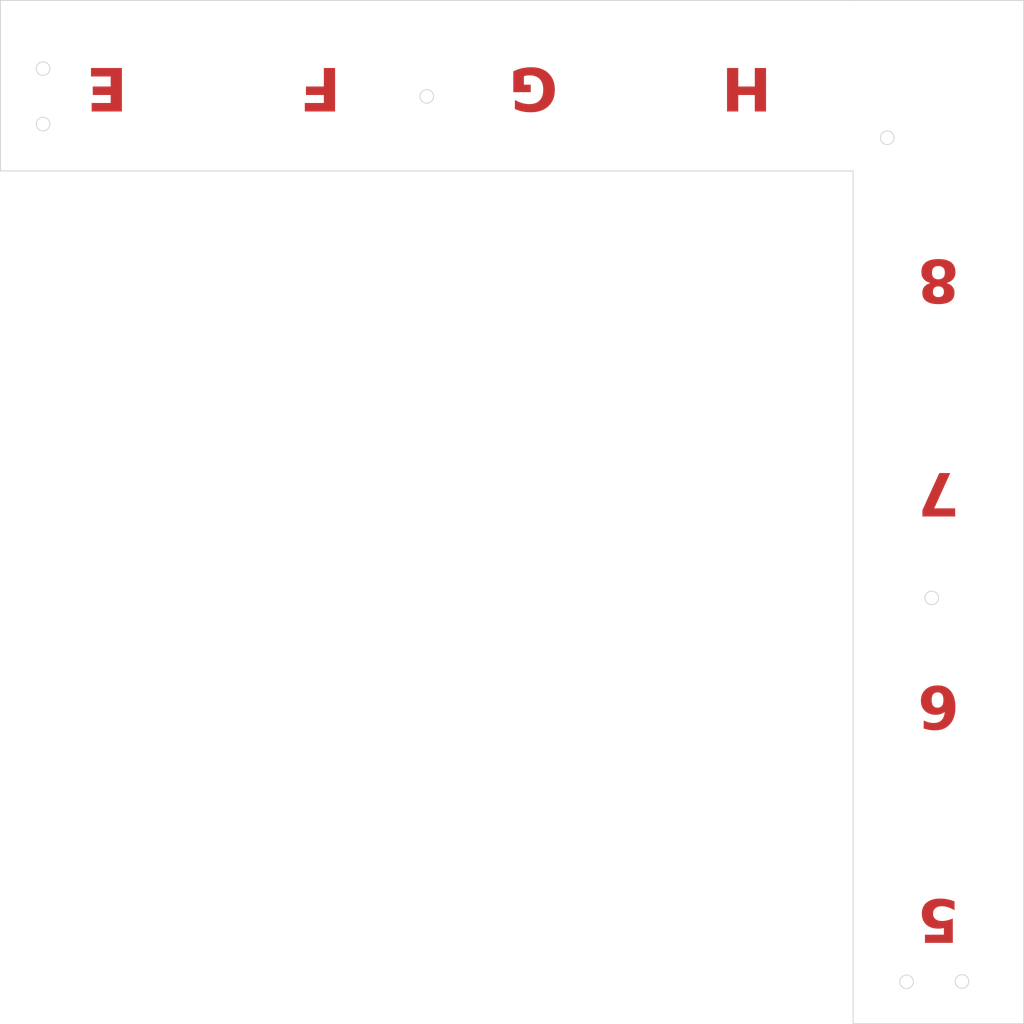
<source format=kicad_pcb>
(kicad_pcb
	(version 20240108)
	(generator "pcbnew")
	(generator_version "8.0")
	(general
		(thickness 1.6)
		(legacy_teardrops no)
	)
	(paper "A3")
	(title_block
		(title "Real Time Chess Edge Piece")
	)
	(layers
		(0 "F.Cu" signal)
		(31 "B.Cu" signal)
		(32 "B.Adhes" user "B.Adhesive")
		(33 "F.Adhes" user "F.Adhesive")
		(34 "B.Paste" user)
		(35 "F.Paste" user)
		(36 "B.SilkS" user "B.Silkscreen")
		(37 "F.SilkS" user "F.Silkscreen")
		(38 "B.Mask" user)
		(39 "F.Mask" user)
		(40 "Dwgs.User" user "User.Drawings")
		(41 "Cmts.User" user "User.Comments")
		(42 "Eco1.User" user "User.Eco1")
		(43 "Eco2.User" user "User.Eco2")
		(44 "Edge.Cuts" user)
		(45 "Margin" user)
		(46 "B.CrtYd" user "B.Courtyard")
		(47 "F.CrtYd" user "F.Courtyard")
		(48 "B.Fab" user)
		(49 "F.Fab" user)
		(50 "User.1" user)
		(51 "User.2" user)
		(52 "User.3" user)
		(53 "User.4" user)
		(54 "User.5" user)
		(55 "User.6" user)
		(56 "User.7" user)
		(57 "User.8" user)
		(58 "User.9" user)
	)
	(setup
		(pad_to_mask_clearance 0)
		(allow_soldermask_bridges_in_footprints no)
		(pcbplotparams
			(layerselection 0x00010fc_ffffffff)
			(plot_on_all_layers_selection 0x0000000_00000000)
			(disableapertmacros no)
			(usegerberextensions no)
			(usegerberattributes yes)
			(usegerberadvancedattributes yes)
			(creategerberjobfile yes)
			(dashed_line_dash_ratio 12.000000)
			(dashed_line_gap_ratio 3.000000)
			(svgprecision 4)
			(plotframeref no)
			(viasonmask no)
			(mode 1)
			(useauxorigin no)
			(hpglpennumber 1)
			(hpglpenspeed 20)
			(hpglpendiameter 15.000000)
			(pdf_front_fp_property_popups yes)
			(pdf_back_fp_property_popups yes)
			(dxfpolygonmode yes)
			(dxfimperialunits yes)
			(dxfusepcbnewfont yes)
			(psnegative no)
			(psa4output no)
			(plotreference yes)
			(plotvalue yes)
			(plotfptext yes)
			(plotinvisibletext no)
			(sketchpadsonfab no)
			(subtractmaskfromsilk no)
			(outputformat 1)
			(mirror no)
			(drillshape 1)
			(scaleselection 1)
			(outputdirectory "")
		)
	)
	(net 0 "")
	(gr_line
		(start 280 20)
		(end 280 60)
		(stroke
			(width 0.2)
			(type default)
		)
		(layer "Edge.Cuts")
		(uuid "041f09e1-b5cc-43e5-bbc1-538be3ac0623")
	)
	(gr_circle
		(center 50 36)
		(end 50 37.6)
		(stroke
			(width 0.2)
			(type default)
		)
		(fill none)
		(layer "Edge.Cuts")
		(uuid "0588025d-f831-437c-b938-2b7ebc0f8598")
	)
	(gr_line
		(start 40 20)
		(end 240 20)
		(stroke
			(width 0.2)
			(type default)
		)
		(layer "Edge.Cuts")
		(uuid "58d9a1ce-c8ac-4f63-bef4-33f17caaaecb")
	)
	(gr_circle
		(center 265.538802 250.101877)
		(end 265.538802 251.701877)
		(stroke
			(width 0.2)
			(type default)
		)
		(fill none)
		(layer "Edge.Cuts")
		(uuid "5f43c7f6-6231-4851-a21b-1c04fa83b11f")
	)
	(gr_line
		(start 280 60)
		(end 280 260)
		(stroke
			(width 0.2)
			(type default)
		)
		(layer "Edge.Cuts")
		(uuid "a14e76b3-fd36-497d-95bf-ecea52a19ae1")
	)
	(gr_circle
		(center 252.539093 250.188832)
		(end 252.539093 251.788832)
		(stroke
			(width 0.2)
			(type default)
		)
		(fill none)
		(layer "Edge.Cuts")
		(uuid "a6a9cbc5-46d1-444c-8824-b9fc87bdd97e")
	)
	(gr_line
		(start 40 60)
		(end 240 60)
		(stroke
			(width 0.2)
			(type default)
		)
		(layer "Edge.Cuts")
		(uuid "ae441166-690e-49a4-823f-fe49af4d2a64")
	)
	(gr_line
		(start 240 60)
		(end 240 260)
		(stroke
			(width 0.2)
			(type default)
		)
		(layer "Edge.Cuts")
		(uuid "c4a62735-58ed-4ee4-b1b6-1dc52020644a")
	)
	(gr_line
		(start 240 20)
		(end 280 20)
		(stroke
			(width 0.2)
			(type default)
		)
		(layer "Edge.Cuts")
		(uuid "cadbcf02-5b02-49a8-8f4a-c1c17bb7c8cf")
	)
	(gr_circle
		(center 258.436948 160.147368)
		(end 258.436948 161.747368)
		(stroke
			(width 0.2)
			(type default)
		)
		(fill none)
		(layer "Edge.Cuts")
		(uuid "cedd8907-83b5-4f24-926d-be7b8309d53c")
	)
	(gr_circle
		(center 50 49)
		(end 50 50.6)
		(stroke
			(width 0.2)
			(type default)
		)
		(fill none)
		(layer "Edge.Cuts")
		(uuid "d86f68da-76bf-436b-a524-bff111cb32bf")
	)
	(gr_line
		(start 240 260)
		(end 280 260)
		(stroke
			(width 0.2)
			(type default)
		)
		(layer "Edge.Cuts")
		(uuid "dbf85942-caab-4819-a67c-590369cc4265")
	)
	(gr_circle
		(center 140 42.5)
		(end 140 44.1)
		(stroke
			(width 0.2)
			(type default)
		)
		(fill none)
		(layer "Edge.Cuts")
		(uuid "e8751b01-3d5e-4654-adab-3e2f0202ffab")
	)
	(gr_circle
		(center 248 52.214765)
		(end 248 53.814765)
		(stroke
			(width 0.2)
			(type default)
		)
		(fill none)
		(layer "Edge.Cuts")
		(uuid "f3321507-8378-46b9-8034-4222d1144442")
	)
	(gr_line
		(start 40 20)
		(end 40 60)
		(stroke
			(width 0.2)
			(type default)
		)
		(layer "Edge.Cuts")
		(uuid "fa27a837-3e85-438d-861a-66fb1ba33827")
	)
	(gr_text "6"
		(at 260 185 180)
		(layer "F.Cu")
		(uuid "0b976b33-faa9-494c-8bb2-079f1ef3dd29")
		(effects
			(font
				(face "URW Gothic")
				(size 10 10)
				(thickness 0.5)
				(bold yes)
			)
		)
		(render_cache "6" 180
			(polygon
				(pts
					(xy 260.263425 180.711962) (xy 260.812543 180.805393) (xy 261.326314 180.973189) (xy 261.799449 181.209894)
					(xy 262.226658 181.510049) (xy 262.602653 181.868196) (xy 262.922145 182.278877) (xy 263.179846 182.736635)
					(xy 263.370466 183.236011) (xy 263.488716 183.771548) (xy 263.529308 184.337787) (xy 263.52857 184.435694)
					(xy 263.488629 184.982684) (xy 263.373436 185.497523) (xy 263.163092 186.031698) (xy 262.900765 186.52876)
					(xy 262.625638 186.981845) (xy 262.286112 187.500732) (xy 259.69958 191.323133) (xy 258.317166 191.323133)
					(xy 260.676552 187.859769) (xy 260.655455 187.869528) (xy 260.174875 188.006132) (xy 259.684926 188.040509)
					(xy 259.339188 188.021915) (xy 258.840412 187.927082) (xy 258.370403 187.757264) (xy 257.934751 187.518472)
					(xy 257.539048 187.216722) (xy 257.188883 186.858027) (xy 256.889848 186.448399) (xy 256.647533 185.993852)
					(xy 256.467529 185.500399) (xy 256.355427 184.974054) (xy 256.316817 184.42083) (xy 256.318656 184.379309)
					(xy 257.508722 184.379309) (xy 257.554083 184.924275) (xy 257.685684 185.418867) (xy 257.96121 185.955802)
					(xy 258.347838 186.389876) (xy 258.832429 186.707672) (xy 259.401847 186.895773) (xy 259.909629 186.943859)
					(xy 260.414358 186.894628) (xy 260.985622 186.703325) (xy 261.476263 186.382863) (xy 261.870908 185.949344)
					(xy 262.154183 185.418867) (xy 262.290286 184.935495) (xy 262.337403 184.408618) (xy 262.334431 184.266793)
					(xy 262.264938 183.727251) (xy 262.108606 183.237933) (xy 261.801886 182.708731) (xy 261.384434 182.285275)
					(xy 260.870114 181.982714) (xy 260.398229 181.83789) (xy 259.88032 181.787892) (xy 259.751029 181.790987)
					(xy 259.260128 181.863435) (xy 258.713369 182.080972) (xy 258.253013 182.42686) (xy 257.892031 182.887462)
					(xy 257.683508 183.32937) (xy 257.553525 183.82898) (xy 257.508722 184.379309) (xy 256.318656 184.379309)
					(xy 256.334324 184.025577) (xy 256.423992 183.460657) (xy 256.585446 182.933773) (xy 256.813844 182.449972)
					(xy 257.104343 182.014302) (xy 257.452102 181.631811) (xy 257.852279 181.307545) (xy 258.300031 181.046552)
					(xy 258.790517 180.853879) (xy 259.318894 180.734574) (xy 259.88032 180.693684)
				)
			)
		)
	)
	(gr_text "7"
		(at 260 135 180)
		(layer "F.Cu")
		(uuid "21da89ee-6411-44e8-98db-e89980afa82f")
		(effects
			(font
				(face "URW Gothic")
				(size 10 10)
				(thickness 0.5)
				(bold yes)
			)
		)
		(render_cache "7" 180
			(polygon
				(pts
					(xy 262.383809 130.85) (xy 261.118631 130.85) (xy 256.863921 140.287543) (xy 256.863921 141.323133)
					(xy 262.984647 141.323133) (xy 262.984647 140.226482) (xy 258.126656 140.226482)
				)
			)
		)
	)
	(gr_text "8"
		(at 260 85 180)
		(layer "F.Cu")
		(uuid "300bb986-33af-42a6-bef4-84698d87de1c")
		(effects
			(font
				(face "URW Gothic")
				(size 10 10)
				(thickness 0.5)
				(bold yes)
			)
		)
		(render_cache "8" 180
			(polygon
				(pts
					(xy 260.060516 80.697805) (xy 260.583019 80.758184) (xy 261.074498 80.886844) (xy 261.52994 81.078966)
					(xy 262.07248 81.42552) (xy 262.53017 81.86491) (xy 262.89113 82.385716) (xy 263.143484 82.976518)
					(xy 263.25433 83.458684) (xy 263.292393 83.968981) (xy 263.284956 84.20413) (xy 263.203189 84.763781)
					(xy 263.035823 85.278017) (xy 262.788673 85.740465) (xy 262.467553 86.144752) (xy 262.078276 86.484504)
					(xy 261.626656 86.753349) (xy 261.825378 86.880488) (xy 262.1933 87.224738) (xy 262.287057 87.339276)
					(xy 262.541596 87.779363) (xy 262.698015 88.285818) (xy 262.745289 88.773237) (xy 262.68906 89.325694)
					(xy 262.527187 89.836991) (xy 262.269888 90.297112) (xy 261.92738 90.696039) (xy 261.509883 91.023754)
					(xy 261.027613 91.270239) (xy 260.490789 91.425476) (xy 259.909629 91.479448) (xy 259.321209 91.427079)
					(xy 258.783479 91.275734) (xy 258.304997 91.034058) (xy 257.89432 90.710694) (xy 257.560008 90.314286)
					(xy 257.310618 89.853478) (xy 257.154708 89.336914) (xy 257.107372 88.841625) (xy 258.292742 88.841625)
					(xy 258.339417 89.249209) (xy 258.551372 89.732835) (xy 258.915497 90.096373) (xy 259.41093 90.319267)
					(xy 259.924284 90.382798) (xy 260.270574 90.354266) (xy 260.796829 90.175803) (xy 261.201593 89.852029)
					(xy 261.46155 89.404267) (xy 261.553384 88.853838) (xy 261.503938 88.437838) (xy 261.280972 87.939186)
					(xy 260.901541 87.560448) (xy 260.390955 87.326165) (xy 259.868108 87.258932) (xy 259.462356 87.305722)
					(xy 258.971446 87.516274) (xy 258.595101 87.873561) (xy 258.360474 88.352733) (xy 258.292742 88.841625)
					(xy 257.107372 88.841625) (xy 257.100836 88.773237) (xy 257.130923 88.321546) (xy 257.243535 87.844847)
					(xy 257.473809 87.379751) (xy 257.802696 87.013881) (xy 258.221911 86.748464) (xy 258.036542 86.658763)
					(xy 257.612344 86.380687) (xy 257.249729 86.030061) (xy 256.955629 85.612307) (xy 256.736974 85.132847)
					(xy 256.600698 84.597105) (xy 256.553733 84.010502) (xy 256.554403 83.981193) (xy 257.74808 83.981193)
					(xy 257.758405 84.215491) (xy 257.870842 84.756014) (xy 258.097901 85.223082) (xy 258.428179 85.605624)
					(xy 258.850271 85.892573) (xy 259.352774 86.07286) (xy 259.924284 86.135415) (xy 260.160036 86.125229)
					(xy 260.704736 86.014253) (xy 261.176348 85.789973) (xy 261.563301 85.463459) (xy 261.854024 85.045778)
					(xy 262.036943 84.548) (xy 262.100488 83.981193) (xy 262.090128 83.742431) (xy 261.977145 83.191796)
					(xy 261.748477 82.716206) (xy 261.415025 82.326839) (xy 260.98769 82.034878) (xy 260.477373 81.851502)
					(xy 259.894975 81.787892) (xy 259.661564 81.798249) (xy 259.123008 81.911106) (xy 258.657551 82.139258)
					(xy 258.27626 82.471523) (xy 257.990206 82.896721) (xy 257.810456 83.403671) (xy 257.74808 83.981193)
					(xy 256.554403 83.981193) (xy 256.557827 83.831439) (xy 256.617932 83.314701) (xy 256.746334 82.831918)
					(xy 257.016135 82.248309) (xy 257.38902 81.742546) (xy 257.854512 81.324618) (xy 258.402136 81.004513)
					(xy 258.86045 80.83464) (xy 259.354651 80.729625) (xy 259.88032 80.693684)
				)
			)
		)
	)
	(gr_text "G"
		(at 165 40 180)
		(layer "F.Cu")
		(uuid "9c411227-8a65-4545-a9a8-9eadc6bd0747")
		(effects
			(font
				(face "URW Gothic")
				(size 10 10)
				(thickness 0.5)
				(bold yes)
			)
		)
		(render_cache "G" 180
			(polygon
				(pts
					(xy 166.497208 40.695778) (xy 166.497208 39.60157) (xy 160.733077 39.60157) (xy 160.916375 39.096066)
					(xy 161.190894 38.639124) (xy 161.526144 38.228087) (xy 161.780878 37.967585) (xy 162.170154 37.638314)
					(xy 162.596146 37.361301) (xy 163.055501 37.137999) (xy 163.544865 36.969862) (xy 164.060883 36.858344)
					(xy 164.600202 36.804897) (xy 164.821702 36.800104) (xy 165.510161 36.847054) (xy 166.162697 36.983789)
					(xy 166.772367 37.20414) (xy 167.332227 37.501935) (xy 167.835335 37.871005) (xy 168.274748 38.30518)
					(xy 168.643521 38.798288) (xy 168.934713 39.344161) (xy 169.14138 39.936626) (xy 169.256579 40.569515)
					(xy 169.279134 41.010851) (xy 169.229775 41.690689) (xy 169.085966 42.332853) (xy 168.854106 42.930968)
					(xy 168.540595 43.478658) (xy 168.151833 43.969546) (xy 167.694218 44.397259) (xy 167.174152 44.755419)
					(xy 166.598034 45.037652) (xy 165.972264 45.237582) (xy 165.303241 45.348833) (xy 164.836356 45.370586)
					(xy 164.257997 45.337427) (xy 163.708718 45.239038) (xy 163.192182 45.077051) (xy 162.712054 44.853096)
					(xy 162.271997 44.568806) (xy 161.875675 44.225812) (xy 161.526751 43.825745) (xy 161.22889 43.370237)
					(xy 159.905093 43.370237) (xy 160.145029 43.887711) (xy 160.446676 44.365511) (xy 160.805155 44.801186)
					(xy 161.21559 45.192284) (xy 161.673101 45.536353) (xy 162.17281 45.830943) (xy 162.709838 46.073603)
					(xy 163.279308 46.261881) (xy 163.876342 46.393326) (xy 164.49606 46.465487) (xy 164.919399 46.479448)
					(xy 165.494696 46.451824) (xy 166.051961 46.37065) (xy 166.58856 46.23848) (xy 167.101862 46.057862)
					(xy 167.589231 45.831349) (xy 168.048035 45.561491) (xy 168.475642 45.250839) (xy 168.869416 44.901945)
					(xy 169.226727 44.517358) (xy 169.544939 44.099631) (xy 169.82142 43.651313) (xy 170.053536 43.174957)
					(xy 170.238655 42.673112) (xy 170.374143 42.148331) (xy 170.457367 41.603163) (xy 170.485694 41.04016)
					(xy 170.456877 40.483029) (xy 170.372168 39.944392) (xy 170.234179 39.426656) (xy 170.045522 38.93223)
					(xy 169.808808 38.46352) (xy 169.526649 38.022936) (xy 169.201657 37.612884) (xy 168.836444 37.235772)
					(xy 168.433621 36.894009) (xy 167.9958 36.590003) (xy 167.525593 36.32616) (xy 167.025612 36.10489)
					(xy 166.498468 35.928599) (xy 165.946774 35.799696) (xy 165.373141 35.720588) (xy 164.780181 35.693684)
					(xy 164.170222 35.72224) (xy 163.583849 35.807181) (xy 163.023349 35.94742) (xy 162.491015 36.14187)
					(xy 161.989134 36.389442) (xy 161.519997 36.68905) (xy 161.085893 37.039605) (xy 160.689113 37.44002)
					(xy 160.320261 37.890823) (xy 160.008185 38.360532) (xy 159.752771 38.85088) (xy 159.553908 39.3636)
					(xy 159.411485 39.900425) (xy 159.32539 40.463089) (xy 159.306698 40.695778)
				)
			)
		)
	)
	(gr_text "F"
		(at 115 40 180)
		(layer "F.Cu")
		(uuid "a8bf5f60-10eb-4598-99a7-dd02603a7159")
		(effects
			(font
				(face "URW Gothic")
				(size 10 10)
				(thickness 0.5)
				(bold yes)
			)
		)
		(render_cache "F" 180
			(polygon
				(pts
					(xy 117.332518 35.85) (xy 116.140613 35.85) (xy 116.140613 40.539462) (xy 112.078854 40.539462)
					(xy 112.078854 41.63367) (xy 116.140613 41.63367) (xy 116.140613 45.226482) (xy 111.924981 45.226482)
					(xy 111.924981 46.323133) (xy 117.332518 46.323133)
				)
			)
		)
	)
	(gr_text "5"
		(at 260 235 180)
		(layer "F.Cu")
		(uuid "b3926b44-b037-4c50-a5e1-1fabfe0f1dfc")
		(effects
			(font
				(face "URW Gothic")
				(size 10 10)
				(thickness 0.5)
				(bold yes)
			)
		)
		(render_cache "5" 180
			(polygon
				(pts
					(xy 262.950453 236.125645) (xy 262.041869 235.776378) (xy 261.664845 236.185232) (xy 261.285341 236.502122)
					(xy 260.831334 236.760752) (xy 260.356005 236.905605) (xy 259.924284 236.943859) (xy 259.424917 236.89397)
					(xy 258.859859 236.700173) (xy 258.374664 236.375675) (xy 257.984481 235.936913) (xy 257.70446 235.40032)
					(xy 257.56994 234.911653) (xy 257.523377 234.379309) (xy 257.570441 233.84581) (xy 257.706177 233.354099)
					(xy 257.922399 232.913222) (xy 258.293388 232.447388) (xy 258.761358 232.092778) (xy 259.310319 231.867058)
					(xy 259.797058 231.791153) (xy 259.924284 231.787892) (xy 260.500503 231.856658) (xy 261.019948 232.056807)
					(xy 261.471996 232.379114) (xy 261.846027 232.814356) (xy 262.131418 233.353309) (xy 262.288772 233.852944)
					(xy 262.361827 234.264515) (xy 263.526866 234.264515) (xy 263.447945 233.763702) (xy 263.337933 233.268801)
					(xy 263.158059 232.789288) (xy 262.89971 232.329687) (xy 262.586493 231.918829) (xy 262.224217 231.560579)
					(xy 261.818692 231.258801) (xy 261.37573 231.017358) (xy 260.901141 230.840115) (xy 260.400734 230.730936)
					(xy 259.88032 230.693684) (xy 259.335617 230.735532) (xy 258.818171 230.857163) (xy 258.333731 231.05271)
					(xy 257.888043 231.316303) (xy 257.486855 231.642074) (xy 257.135915 232.024155) (xy 256.840972 232.456678)
					(xy 256.607771 232.933773) (xy 256.442062 233.449572) (xy 256.349592 233.998208) (xy 256.331472 234.379309)
					(xy 256.371188 234.94315) (xy 256.486659 235.478128) (xy 256.672367 235.978434) (xy 256.922792 236.438262)
					(xy 257.232417 236.851801) (xy 257.595723 237.213245) (xy 258.007193 237.516786) (xy 258.461307 237.756615)
					(xy 258.952548 237.926924) (xy 259.475398 238.021905) (xy 259.838799 238.040509) (xy 260.347273 238.006113)
					(xy 260.873383 237.889098) (xy 261.368099 237.692165) (xy 261.511862 237.617969) (xy 261.047801 240.226482)
					(xy 257.198534 240.226482) (xy 257.198534 241.323133) (xy 262.005233 241.323133)
				)
			)
		)
	)
	(gr_text "E"
		(at 65 40 180)
		(layer "F.Cu")
		(uuid "bbcc7728-8838-4876-b925-d893afe40b69")
		(effects
			(font
				(face "URW Gothic")
				(size 10 10)
				(thickness 0.5)
				(bold yes)
			)
		)
		(render_cache "E" 180
			(polygon
				(pts
					(xy 67.689113 35.85) (xy 61.876133 35.85) (xy 61.876133 36.944207) (xy 66.497208 36.944207) (xy 66.497208 40.539462)
					(xy 62.030006 40.539462) (xy 62.030006 41.63367) (xy 66.497208 41.63367) (xy 66.497208 45.226482)
					(xy 61.876133 45.226482) (xy 61.876133 46.323133) (xy 67.689113 46.323133)
				)
			)
		)
	)
	(gr_text "H"
		(at 215 40 180)
		(layer "F.Cu")
		(uuid "f4ceb09c-4b89-43be-8168-9e70e6f97ea1")
		(effects
			(font
				(face "URW Gothic")
				(size 10 10)
				(thickness 0.5)
				(bold yes)
			)
		)
		(render_cache "H" 180
			(polygon
				(pts
					(xy 218.714933 35.85) (xy 217.523028 35.85) (xy 217.523028 40.693335) (xy 212.315771 40.693335)
					(xy 212.315771 35.85) (xy 211.123865 35.85) (xy 211.123865 46.323133) (xy 212.315771 46.323133)
					(xy 212.315771 41.789986) (xy 217.523028 41.789986) (xy 217.523028 46.323133) (xy 218.714933 46.323133)
				)
			)
		)
	)
	(gr_text "7"
		(at 260 135 180)
		(layer "F.Mask")
		(uuid "0a9bca8a-416a-47e2-8c32-7de8956c8313")
		(effects
			(font
				(face "URW Gothic")
				(size 10 10)
				(thickness 0.5)
				(bold yes)
			)
		)
		(render_cache "7" 180
			(polygon
				(pts
					(xy 262.383809 130.85) (xy 261.118631 130.85) (xy 256.863921 140.287543) (xy 256.863921 141.323133)
					(xy 262.984647 141.323133) (xy 262.984647 140.226482) (xy 258.126656 140.226482)
				)
			)
		)
	)
	(gr_text "F"
		(at 115 40 180)
		(layer "F.Mask")
		(uuid "293f82b4-3d5e-488c-9da3-36a67f22d2db")
		(effects
			(font
				(face "URW Gothic")
				(size 10 10)
				(thickness 0.5)
				(bold yes)
			)
		)
		(render_cache "F" 180
			(polygon
				(pts
					(xy 117.332518 35.85) (xy 116.140613 35.85) (xy 116.140613 40.539462) (xy 112.078854 40.539462)
					(xy 112.078854 41.63367) (xy 116.140613 41.63367) (xy 116.140613 45.226482) (xy 111.924981 45.226482)
					(xy 111.924981 46.323133) (xy 117.332518 46.323133)
				)
			)
		)
	)
	(gr_text "5"
		(at 260 235 180)
		(layer "F.Mask")
		(uuid "29d3f33a-8620-4eb9-bb49-71210e35a129")
		(effects
			(font
				(face "URW Gothic")
				(size 10 10)
				(thickness 0.5)
				(bold yes)
			)
		)
		(render_cache "5" 180
			(polygon
				(pts
					(xy 262.950453 236.125645) (xy 262.041869 235.776378) (xy 261.664845 236.185232) (xy 261.285341 236.502122)
					(xy 260.831334 236.760752) (xy 260.356005 236.905605) (xy 259.924284 236.943859) (xy 259.424917 236.89397)
					(xy 258.859859 236.700173) (xy 258.374664 236.375675) (xy 257.984481 235.936913) (xy 257.70446 235.40032)
					(xy 257.56994 234.911653) (xy 257.523377 234.379309) (xy 257.570441 233.84581) (xy 257.706177 233.354099)
					(xy 257.922399 232.913222) (xy 258.293388 232.447388) (xy 258.761358 232.092778) (xy 259.310319 231.867058)
					(xy 259.797058 231.791153) (xy 259.924284 231.787892) (xy 260.500503 231.856658) (xy 261.019948 232.056807)
					(xy 261.471996 232.379114) (xy 261.846027 232.814356) (xy 262.131418 233.353309) (xy 262.288772 233.852944)
					(xy 262.361827 234.264515) (xy 263.526866 234.264515) (xy 263.447945 233.763702) (xy 263.337933 233.268801)
					(xy 263.158059 232.789288) (xy 262.89971 232.329687) (xy 262.586493 231.918829) (xy 262.224217 231.560579)
					(xy 261.818692 231.258801) (xy 261.37573 231.017358) (xy 260.901141 230.840115) (xy 260.400734 230.730936)
					(xy 259.88032 230.693684) (xy 259.335617 230.735532) (xy 258.818171 230.857163) (xy 258.333731 231.05271)
					(xy 257.888043 231.316303) (xy 257.486855 231.642074) (xy 257.135915 232.024155) (xy 256.840972 232.456678)
					(xy 256.607771 232.933773) (xy 256.442062 233.449572) (xy 256.349592 233.998208) (xy 256.331472 234.379309)
					(xy 256.371188 234.94315) (xy 256.486659 235.478128) (xy 256.672367 235.978434) (xy 256.922792 236.438262)
					(xy 257.232417 236.851801) (xy 257.595723 237.213245) (xy 258.007193 237.516786) (xy 258.461307 237.756615)
					(xy 258.952548 237.926924) (xy 259.475398 238.021905) (xy 259.838799 238.040509) (xy 260.347273 238.006113)
					(xy 260.873383 237.889098) (xy 261.368099 237.692165) (xy 261.511862 237.617969) (xy 261.047801 240.226482)
					(xy 257.198534 240.226482) (xy 257.198534 241.323133) (xy 262.005233 241.323133)
				)
			)
		)
	)
	(gr_text "G"
		(at 165 40 180)
		(layer "F.Mask")
		(uuid "4bb5f7bd-cd7f-4fe3-a157-a31d770a0076")
		(effects
			(font
				(face "URW Gothic")
				(size 10 10)
				(thickness 0.5)
				(bold yes)
			)
		)
		(render_cache "G" 180
			(polygon
				(pts
					(xy 166.497208 40.695778) (xy 166.497208 39.60157) (xy 160.733077 39.60157) (xy 160.916375 39.096066)
					(xy 161.190894 38.639124) (xy 161.526144 38.228087) (xy 161.780878 37.967585) (xy 162.170154 37.638314)
					(xy 162.596146 37.361301) (xy 163.055501 37.137999) (xy 163.544865 36.969862) (xy 164.060883 36.858344)
					(xy 164.600202 36.804897) (xy 164.821702 36.800104) (xy 165.510161 36.847054) (xy 166.162697 36.983789)
					(xy 166.772367 37.20414) (xy 167.332227 37.501935) (xy 167.835335 37.871005) (xy 168.274748 38.30518)
					(xy 168.643521 38.798288) (xy 168.934713 39.344161) (xy 169.14138 39.936626) (xy 169.256579 40.569515)
					(xy 169.279134 41.010851) (xy 169.229775 41.690689) (xy 169.085966 42.332853) (xy 168.854106 42.930968)
					(xy 168.540595 43.478658) (xy 168.151833 43.969546) (xy 167.694218 44.397259) (xy 167.174152 44.755419)
					(xy 166.598034 45.037652) (xy 165.972264 45.237582) (xy 165.303241 45.348833) (xy 164.836356 45.370586)
					(xy 164.257997 45.337427) (xy 163.708718 45.239038) (xy 163.192182 45.077051) (xy 162.712054 44.853096)
					(xy 162.271997 44.568806) (xy 161.875675 44.225812) (xy 161.526751 43.825745) (xy 161.22889 43.370237)
					(xy 159.905093 43.370237) (xy 160.145029 43.887711) (xy 160.446676 44.365511) (xy 160.805155 44.801186)
					(xy 161.21559 45.192284) (xy 161.673101 45.536353) (xy 162.17281 45.830943) (xy 162.709838 46.073603)
					(xy 163.279308 46.261881) (xy 163.876342 46.393326) (xy 164.49606 46.465487) (xy 164.919399 46.479448)
					(xy 165.494696 46.451824) (xy 166.051961 46.37065) (xy 166.58856 46.23848) (xy 167.101862 46.057862)
					(xy 167.589231 45.831349) (xy 168.048035 45.561491) (xy 168.475642 45.250839) (xy 168.869416 44.901945)
					(xy 169.226727 44.517358) (xy 169.544939 44.099631) (xy 169.82142 43.651313) (xy 170.053536 43.174957)
					(xy 170.238655 42.673112) (xy 170.374143 42.148331) (xy 170.457367 41.603163) (xy 170.485694 41.04016)
					(xy 170.456877 40.483029) (xy 170.372168 39.944392) (xy 170.234179 39.426656) (xy 170.045522 38.93223)
					(xy 169.808808 38.46352) (xy 169.526649 38.022936) (xy 169.201657 37.612884) (xy 168.836444 37.235772)
					(xy 168.433621 36.894009) (xy 167.9958 36.590003) (xy 167.525593 36.32616) (xy 167.025612 36.10489)
					(xy 166.498468 35.928599) (xy 165.946774 35.799696) (xy 165.373141 35.720588) (xy 164.780181 35.693684)
					(xy 164.170222 35.72224) (xy 163.583849 35.807181) (xy 163.023349 35.94742) (xy 162.491015 36.14187)
					(xy 161.989134 36.389442) (xy 161.519997 36.68905) (xy 161.085893 37.039605) (xy 160.689113 37.44002)
					(xy 160.320261 37.890823) (xy 160.008185 38.360532) (xy 159.752771 38.85088) (xy 159.553908 39.3636)
					(xy 159.411485 39.900425) (xy 159.32539 40.463089) (xy 159.306698 40.695778)
				)
			)
		)
	)
	(gr_text "H"
		(at 215 40 180)
		(layer "F.Mask")
		(uuid "8fd1c1c0-97ef-4642-845e-fe0280a0fcc6")
		(effects
			(font
				(face "URW Gothic")
				(size 10 10)
				(thickness 0.5)
				(bold yes)
			)
		)
		(render_cache "H" 180
			(polygon
				(pts
					(xy 218.714933 35.85) (xy 217.523028 35.85) (xy 217.523028 40.693335) (xy 212.315771 40.693335)
					(xy 212.315771 35.85) (xy 211.123865 35.85) (xy 211.123865 46.323133) (xy 212.315771 46.323133)
					(xy 212.315771 41.789986) (xy 217.523028 41.789986) (xy 217.523028 46.323133) (xy 218.714933 46.323133)
				)
			)
		)
	)
	(gr_text "8"
		(at 260 85 180)
		(layer "F.Mask")
		(uuid "96358a5b-0a4a-44fc-97aa-1de1936cb30e")
		(effects
			(font
				(face "URW Gothic")
				(size 10 10)
				(thickness 0.5)
				(bold yes)
			)
		)
		(render_cache "8" 180
			(polygon
				(pts
					(xy 260.060516 80.697805) (xy 260.583019 80.758184) (xy 261.074498 80.886844) (xy 261.52994 81.078966)
					(xy 262.07248 81.42552) (xy 262.53017 81.86491) (xy 262.89113 82.385716) (xy 263.143484 82.976518)
					(xy 263.25433 83.458684) (xy 263.292393 83.968981) (xy 263.284956 84.20413) (xy 263.203189 84.763781)
					(xy 263.035823 85.278017) (xy 262.788673 85.740465) (xy 262.467553 86.144752) (xy 262.078276 86.484504)
					(xy 261.626656 86.753349) (xy 261.825378 86.880488) (xy 262.1933 87.224738) (xy 262.287057 87.339276)
					(xy 262.541596 87.779363) (xy 262.698015 88.285818) (xy 262.745289 88.773237) (xy 262.68906 89.325694)
					(xy 262.527187 89.836991) (xy 262.269888 90.297112) (xy 261.92738 90.696039) (xy 261.509883 91.023754)
					(xy 261.027613 91.270239) (xy 260.490789 91.425476) (xy 259.909629 91.479448) (xy 259.321209 91.427079)
					(xy 258.783479 91.275734) (xy 258.304997 91.034058) (xy 257.89432 90.710694) (xy 257.560008 90.314286)
					(xy 257.310618 89.853478) (xy 257.154708 89.336914) (xy 257.107372 88.841625) (xy 258.292742 88.841625)
					(xy 258.339417 89.249209) (xy 258.551372 89.732835) (xy 258.915497 90.096373) (xy 259.41093 90.319267)
					(xy 259.924284 90.382798) (xy 260.270574 90.354266) (xy 260.796829 90.175803) (xy 261.201593 89.852029)
					(xy 261.46155 89.404267) (xy 261.553384 88.853838) (xy 261.503938 88.437838) (xy 261.280972 87.939186)
					(xy 260.901541 87.560448) (xy 260.390955 87.326165) (xy 259.868108 87.258932) (xy 259.462356 87.305722)
					(xy 258.971446 87.516274) (xy 258.595101 87.873561) (xy 258.360474 88.352733) (xy 258.292742 88.841625)
					(xy 257.107372 88.841625) (xy 257.100836 88.773237) (xy 257.130923 88.321546) (xy 257.243535 87.844847)
					(xy 257.473809 87.379751) (xy 257.802696 87.013881) (xy 258.221911 86.748464) (xy 258.036542 86.658763)
					(xy 257.612344 86.380687) (xy 257.249729 86.030061) (xy 256.955629 85.612307) (xy 256.736974 85.132847)
					(xy 256.600698 84.597105) (xy 256.553733 84.010502) (xy 256.554403 83.981193) (xy 257.74808 83.981193)
					(xy 257.758405 84.215491) (xy 257.870842 84.756014) (xy 258.097901 85.223082) (xy 258.428179 85.605624)
					(xy 258.850271 85.892573) (xy 259.352774 86.07286) (xy 259.924284 86.135415) (xy 260.160036 86.125229)
					(xy 260.704736 86.014253) (xy 261.176348 85.789973) (xy 261.563301 85.463459) (xy 261.854024 85.045778)
					(xy 262.036943 84.548) (xy 262.100488 83.981193) (xy 262.090128 83.742431) (xy 261.977145 83.191796)
					(xy 261.748477 82.716206) (xy 261.415025 82.326839) (xy 260.98769 82.034878) (xy 260.477373 81.851502)
					(xy 259.894975 81.787892) (xy 259.661564 81.798249) (xy 259.123008 81.911106) (xy 258.657551 82.139258)
					(xy 258.27626 82.471523) (xy 257.990206 82.896721) (xy 257.810456 83.403671) (xy 257.74808 83.981193)
					(xy 256.554403 83.981193) (xy 256.557827 83.831439) (xy 256.617932 83.314701) (xy 256.746334 82.831918)
					(xy 257.016135 82.248309) (xy 257.38902 81.742546) (xy 257.854512 81.324618) (xy 258.402136 81.004513)
					(xy 258.86045 80.83464) (xy 259.354651 80.729625) (xy 259.88032 80.693684)
				)
			)
		)
	)
	(gr_text "6"
		(at 260 185 180)
		(layer "F.Mask")
		(uuid "b3f9128b-0f73-4b13-894e-51b36cd615d3")
		(effects
			(font
				(face "URW Gothic")
				(size 10 10)
				(thickness 0.5)
				(bold yes)
			)
		)
		(render_cache "6" 180
			(polygon
				(pts
					(xy 260.263425 180.711962) (xy 260.812543 180.805393) (xy 261.326314 180.973189) (xy 261.799449 181.209894)
					(xy 262.226658 181.510049) (xy 262.602653 181.868196) (xy 262.922145 182.278877) (xy 263.179846 182.736635)
					(xy 263.370466 183.236011) (xy 263.488716 183.771548) (xy 263.529308 184.337787) (xy 263.52857 184.435694)
					(xy 263.488629 184.982684) (xy 263.373436 185.497523) (xy 263.163092 186.031698) (xy 262.900765 186.52876)
					(xy 262.625638 186.981845) (xy 262.286112 187.500732) (xy 259.69958 191.323133) (xy 258.317166 191.323133)
					(xy 260.676552 187.859769) (xy 260.655455 187.869528) (xy 260.174875 188.006132) (xy 259.684926 188.040509)
					(xy 259.339188 188.021915) (xy 258.840412 187.927082) (xy 258.370403 187.757264) (xy 257.934751 187.518472)
					(xy 257.539048 187.216722) (xy 257.188883 186.858027) (xy 256.889848 186.448399) (xy 256.647533 185.993852)
					(xy 256.467529 185.500399) (xy 256.355427 184.974054) (xy 256.316817 184.42083) (xy 256.318656 184.379309)
					(xy 257.508722 184.379309) (xy 257.554083 184.924275) (xy 257.685684 185.418867) (xy 257.96121 185.955802)
					(xy 258.347838 186.389876) (xy 258.832429 186.707672) (xy 259.401847 186.895773) (xy 259.909629 186.943859)
					(xy 260.414358 186.894628) (xy 260.985622 186.703325) (xy 261.476263 186.382863) (xy 261.870908 185.949344)
					(xy 262.154183 185.418867) (xy 262.290286 184.935495) (xy 262.337403 184.408618) (xy 262.334431 184.266793)
					(xy 262.264938 183.727251) (xy 262.108606 183.237933) (xy 261.801886 182.708731) (xy 261.384434 182.285275)
					(xy 260.870114 181.982714) (xy 260.398229 181.83789) (xy 259.88032 181.787892) (xy 259.751029 181.790987)
					(xy 259.260128 181.863435) (xy 258.713369 182.080972) (xy 258.253013 182.42686) (xy 257.892031 182.887462)
					(xy 257.683508 183.32937) (xy 257.553525 183.82898) (xy 257.508722 184.379309) (xy 256.318656 184.379309)
					(xy 256.334324 184.025577) (xy 256.423992 183.460657) (xy 256.585446 182.933773) (xy 256.813844 182.449972)
					(xy 257.104343 182.014302) (xy 257.452102 181.631811) (xy 257.852279 181.307545) (xy 258.300031 181.046552)
					(xy 258.790517 180.853879) (xy 259.318894 180.734574) (xy 259.88032 180.693684)
				)
			)
		)
	)
	(gr_text "E"
		(at 65 40 180)
		(layer "F.Mask")
		(uuid "ccc95117-097e-419a-8209-4e20a8cda731")
		(effects
			(font
				(face "URW Gothic")
				(size 10 10)
				(thickness 0.5)
				(bold yes)
			)
		)
		(render_cache "E" 180
			(polygon
				(pts
					(xy 67.689113 35.85) (xy 61.876133 35.85) (xy 61.876133 36.944207) (xy 66.497208 36.944207) (xy 66.497208 40.539462)
					(xy 62.030006 40.539462) (xy 62.030006 41.63367) (xy 66.497208 41.63367) (xy 66.497208 45.226482)
					(xy 61.876133 45.226482) (xy 61.876133 46.323133) (xy 67.689113 46.323133)
				)
			)
		)
	)
)

</source>
